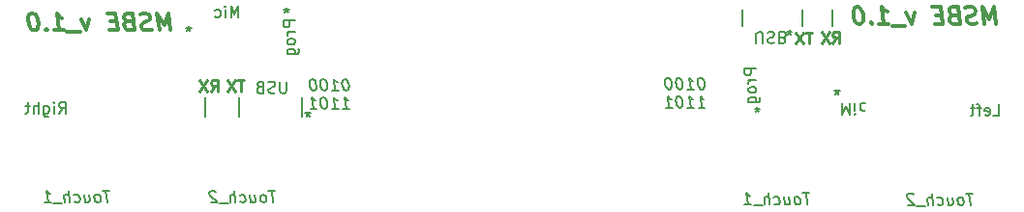
<source format=gbr>
%TF.GenerationSoftware,KiCad,Pcbnew,8.0.1*%
%TF.CreationDate,2024-08-12T12:56:14+02:00*%
%TF.ProjectId,Test_NH,54657374-5f4e-4482-9e6b-696361645f70,rev?*%
%TF.SameCoordinates,Original*%
%TF.FileFunction,Legend,Bot*%
%TF.FilePolarity,Positive*%
%FSLAX46Y46*%
G04 Gerber Fmt 4.6, Leading zero omitted, Abs format (unit mm)*
G04 Created by KiCad (PCBNEW 8.0.1) date 2024-08-12 12:56:14*
%MOMM*%
%LPD*%
G01*
G04 APERTURE LIST*
%ADD10C,0.150000*%
%ADD11C,0.200000*%
%ADD12C,0.300000*%
%ADD13C,0.250000*%
G04 APERTURE END LIST*
D10*
X169590000Y-98950000D02*
X169590000Y-100390000D01*
D11*
X122600000Y-106600000D02*
X122600000Y-108370000D01*
X131030000Y-106600000D02*
X131030000Y-108370000D01*
D10*
X174790000Y-98950000D02*
X174790000Y-100390000D01*
D11*
X125540000Y-106600000D02*
X125540000Y-108370000D01*
D10*
X177450000Y-98950000D02*
X177450000Y-100390000D01*
X170860363Y-107519819D02*
X170860363Y-107757914D01*
X171098458Y-107662676D02*
X170860363Y-107757914D01*
X170860363Y-107757914D02*
X170622268Y-107662676D01*
X171003220Y-107948390D02*
X170860363Y-107757914D01*
X170860363Y-107757914D02*
X170717506Y-107948390D01*
X109771792Y-108039819D02*
X110105125Y-107563628D01*
X110343220Y-108039819D02*
X110343220Y-107039819D01*
X110343220Y-107039819D02*
X109962268Y-107039819D01*
X109962268Y-107039819D02*
X109867030Y-107087438D01*
X109867030Y-107087438D02*
X109819411Y-107135057D01*
X109819411Y-107135057D02*
X109771792Y-107230295D01*
X109771792Y-107230295D02*
X109771792Y-107373152D01*
X109771792Y-107373152D02*
X109819411Y-107468390D01*
X109819411Y-107468390D02*
X109867030Y-107516009D01*
X109867030Y-107516009D02*
X109962268Y-107563628D01*
X109962268Y-107563628D02*
X110343220Y-107563628D01*
X109343220Y-108039819D02*
X109343220Y-107373152D01*
X109343220Y-107039819D02*
X109390839Y-107087438D01*
X109390839Y-107087438D02*
X109343220Y-107135057D01*
X109343220Y-107135057D02*
X109295601Y-107087438D01*
X109295601Y-107087438D02*
X109343220Y-107039819D01*
X109343220Y-107039819D02*
X109343220Y-107135057D01*
X108438459Y-107373152D02*
X108438459Y-108182676D01*
X108438459Y-108182676D02*
X108486078Y-108277914D01*
X108486078Y-108277914D02*
X108533697Y-108325533D01*
X108533697Y-108325533D02*
X108628935Y-108373152D01*
X108628935Y-108373152D02*
X108771792Y-108373152D01*
X108771792Y-108373152D02*
X108867030Y-108325533D01*
X108438459Y-107992200D02*
X108533697Y-108039819D01*
X108533697Y-108039819D02*
X108724173Y-108039819D01*
X108724173Y-108039819D02*
X108819411Y-107992200D01*
X108819411Y-107992200D02*
X108867030Y-107944580D01*
X108867030Y-107944580D02*
X108914649Y-107849342D01*
X108914649Y-107849342D02*
X108914649Y-107563628D01*
X108914649Y-107563628D02*
X108867030Y-107468390D01*
X108867030Y-107468390D02*
X108819411Y-107420771D01*
X108819411Y-107420771D02*
X108724173Y-107373152D01*
X108724173Y-107373152D02*
X108533697Y-107373152D01*
X108533697Y-107373152D02*
X108438459Y-107420771D01*
X107962268Y-108039819D02*
X107962268Y-107039819D01*
X107533697Y-108039819D02*
X107533697Y-107516009D01*
X107533697Y-107516009D02*
X107581316Y-107420771D01*
X107581316Y-107420771D02*
X107676554Y-107373152D01*
X107676554Y-107373152D02*
X107819411Y-107373152D01*
X107819411Y-107373152D02*
X107914649Y-107420771D01*
X107914649Y-107420771D02*
X107962268Y-107468390D01*
X107200363Y-107373152D02*
X106819411Y-107373152D01*
X107057506Y-107039819D02*
X107057506Y-107896961D01*
X107057506Y-107896961D02*
X107009887Y-107992200D01*
X107009887Y-107992200D02*
X106914649Y-108039819D01*
X106914649Y-108039819D02*
X106819411Y-108039819D01*
X114167030Y-114839819D02*
X113595601Y-114839819D01*
X114006316Y-115839819D02*
X113881316Y-114839819D01*
X113244411Y-115839819D02*
X113333696Y-115792200D01*
X113333696Y-115792200D02*
X113375363Y-115744580D01*
X113375363Y-115744580D02*
X113411077Y-115649342D01*
X113411077Y-115649342D02*
X113375363Y-115363628D01*
X113375363Y-115363628D02*
X113315839Y-115268390D01*
X113315839Y-115268390D02*
X113262268Y-115220771D01*
X113262268Y-115220771D02*
X113161077Y-115173152D01*
X113161077Y-115173152D02*
X113018220Y-115173152D01*
X113018220Y-115173152D02*
X112928934Y-115220771D01*
X112928934Y-115220771D02*
X112887268Y-115268390D01*
X112887268Y-115268390D02*
X112851553Y-115363628D01*
X112851553Y-115363628D02*
X112887268Y-115649342D01*
X112887268Y-115649342D02*
X112946791Y-115744580D01*
X112946791Y-115744580D02*
X113000363Y-115792200D01*
X113000363Y-115792200D02*
X113101553Y-115839819D01*
X113101553Y-115839819D02*
X113244411Y-115839819D01*
X111970601Y-115173152D02*
X112053934Y-115839819D01*
X112399172Y-115173152D02*
X112464649Y-115696961D01*
X112464649Y-115696961D02*
X112428934Y-115792200D01*
X112428934Y-115792200D02*
X112339649Y-115839819D01*
X112339649Y-115839819D02*
X112196791Y-115839819D01*
X112196791Y-115839819D02*
X112095601Y-115792200D01*
X112095601Y-115792200D02*
X112042029Y-115744580D01*
X111143220Y-115792200D02*
X111244410Y-115839819D01*
X111244410Y-115839819D02*
X111434887Y-115839819D01*
X111434887Y-115839819D02*
X111524172Y-115792200D01*
X111524172Y-115792200D02*
X111565839Y-115744580D01*
X111565839Y-115744580D02*
X111601553Y-115649342D01*
X111601553Y-115649342D02*
X111565839Y-115363628D01*
X111565839Y-115363628D02*
X111506315Y-115268390D01*
X111506315Y-115268390D02*
X111452744Y-115220771D01*
X111452744Y-115220771D02*
X111351553Y-115173152D01*
X111351553Y-115173152D02*
X111161077Y-115173152D01*
X111161077Y-115173152D02*
X111071791Y-115220771D01*
X110720601Y-115839819D02*
X110595601Y-114839819D01*
X110292029Y-115839819D02*
X110226553Y-115316009D01*
X110226553Y-115316009D02*
X110262267Y-115220771D01*
X110262267Y-115220771D02*
X110351553Y-115173152D01*
X110351553Y-115173152D02*
X110494410Y-115173152D01*
X110494410Y-115173152D02*
X110595601Y-115220771D01*
X110595601Y-115220771D02*
X110649172Y-115268390D01*
X110065839Y-115935057D02*
X109303934Y-115935057D01*
X108530124Y-115839819D02*
X109101553Y-115839819D01*
X108815838Y-115839819D02*
X108690838Y-114839819D01*
X108690838Y-114839819D02*
X108803934Y-114982676D01*
X108803934Y-114982676D02*
X108911077Y-115077914D01*
X108911077Y-115077914D02*
X109012267Y-115125533D01*
D12*
X191724417Y-100200828D02*
X191536917Y-98700828D01*
X191536917Y-98700828D02*
X191170846Y-99772257D01*
X191170846Y-99772257D02*
X190536917Y-98700828D01*
X190536917Y-98700828D02*
X190724417Y-100200828D01*
X190072631Y-100129400D02*
X189867274Y-100200828D01*
X189867274Y-100200828D02*
X189510131Y-100200828D01*
X189510131Y-100200828D02*
X189358346Y-100129400D01*
X189358346Y-100129400D02*
X189277988Y-100057971D01*
X189277988Y-100057971D02*
X189188703Y-99915114D01*
X189188703Y-99915114D02*
X189170846Y-99772257D01*
X189170846Y-99772257D02*
X189224417Y-99629400D01*
X189224417Y-99629400D02*
X189286917Y-99557971D01*
X189286917Y-99557971D02*
X189420846Y-99486542D01*
X189420846Y-99486542D02*
X189697631Y-99415114D01*
X189697631Y-99415114D02*
X189831560Y-99343685D01*
X189831560Y-99343685D02*
X189894060Y-99272257D01*
X189894060Y-99272257D02*
X189947631Y-99129400D01*
X189947631Y-99129400D02*
X189929774Y-98986542D01*
X189929774Y-98986542D02*
X189840488Y-98843685D01*
X189840488Y-98843685D02*
X189760131Y-98772257D01*
X189760131Y-98772257D02*
X189608346Y-98700828D01*
X189608346Y-98700828D02*
X189251203Y-98700828D01*
X189251203Y-98700828D02*
X189045846Y-98772257D01*
X187983346Y-99415114D02*
X187777989Y-99486542D01*
X187777989Y-99486542D02*
X187715489Y-99557971D01*
X187715489Y-99557971D02*
X187661917Y-99700828D01*
X187661917Y-99700828D02*
X187688703Y-99915114D01*
X187688703Y-99915114D02*
X187777989Y-100057971D01*
X187777989Y-100057971D02*
X187858346Y-100129400D01*
X187858346Y-100129400D02*
X188010132Y-100200828D01*
X188010132Y-100200828D02*
X188581560Y-100200828D01*
X188581560Y-100200828D02*
X188394060Y-98700828D01*
X188394060Y-98700828D02*
X187894060Y-98700828D01*
X187894060Y-98700828D02*
X187760132Y-98772257D01*
X187760132Y-98772257D02*
X187697632Y-98843685D01*
X187697632Y-98843685D02*
X187644060Y-98986542D01*
X187644060Y-98986542D02*
X187661917Y-99129400D01*
X187661917Y-99129400D02*
X187751203Y-99272257D01*
X187751203Y-99272257D02*
X187831560Y-99343685D01*
X187831560Y-99343685D02*
X187983346Y-99415114D01*
X187983346Y-99415114D02*
X188483346Y-99415114D01*
X186983346Y-99415114D02*
X186483346Y-99415114D01*
X186367275Y-100200828D02*
X187081560Y-100200828D01*
X187081560Y-100200828D02*
X186894060Y-98700828D01*
X186894060Y-98700828D02*
X186179775Y-98700828D01*
X184599417Y-99200828D02*
X184367275Y-100200828D01*
X184367275Y-100200828D02*
X183885132Y-99200828D01*
X183813703Y-100343685D02*
X182670846Y-100343685D01*
X181510132Y-100200828D02*
X182367275Y-100200828D01*
X181938703Y-100200828D02*
X181751203Y-98700828D01*
X181751203Y-98700828D02*
X181920846Y-98915114D01*
X181920846Y-98915114D02*
X182081561Y-99057971D01*
X182081561Y-99057971D02*
X182233346Y-99129400D01*
X180849418Y-100057971D02*
X180786918Y-100129400D01*
X180786918Y-100129400D02*
X180867275Y-100200828D01*
X180867275Y-100200828D02*
X180929775Y-100129400D01*
X180929775Y-100129400D02*
X180849418Y-100057971D01*
X180849418Y-100057971D02*
X180867275Y-100200828D01*
X179679775Y-98700828D02*
X179536918Y-98700828D01*
X179536918Y-98700828D02*
X179402989Y-98772257D01*
X179402989Y-98772257D02*
X179340489Y-98843685D01*
X179340489Y-98843685D02*
X179286918Y-98986542D01*
X179286918Y-98986542D02*
X179251204Y-99272257D01*
X179251204Y-99272257D02*
X179295846Y-99629400D01*
X179295846Y-99629400D02*
X179402989Y-99915114D01*
X179402989Y-99915114D02*
X179492275Y-100057971D01*
X179492275Y-100057971D02*
X179572632Y-100129400D01*
X179572632Y-100129400D02*
X179724418Y-100200828D01*
X179724418Y-100200828D02*
X179867275Y-100200828D01*
X179867275Y-100200828D02*
X180001204Y-100129400D01*
X180001204Y-100129400D02*
X180063704Y-100057971D01*
X180063704Y-100057971D02*
X180117275Y-99915114D01*
X180117275Y-99915114D02*
X180152989Y-99629400D01*
X180152989Y-99629400D02*
X180108346Y-99272257D01*
X180108346Y-99272257D02*
X180001204Y-98986542D01*
X180001204Y-98986542D02*
X179911918Y-98843685D01*
X179911918Y-98843685D02*
X179831561Y-98772257D01*
X179831561Y-98772257D02*
X179679775Y-98700828D01*
D11*
X165920802Y-104927275D02*
X165825564Y-104927275D01*
X165825564Y-104927275D02*
X165736279Y-104974894D01*
X165736279Y-104974894D02*
X165694612Y-105022513D01*
X165694612Y-105022513D02*
X165658898Y-105117751D01*
X165658898Y-105117751D02*
X165635088Y-105308227D01*
X165635088Y-105308227D02*
X165664850Y-105546322D01*
X165664850Y-105546322D02*
X165736279Y-105736798D01*
X165736279Y-105736798D02*
X165795802Y-105832036D01*
X165795802Y-105832036D02*
X165849374Y-105879656D01*
X165849374Y-105879656D02*
X165950564Y-105927275D01*
X165950564Y-105927275D02*
X166045802Y-105927275D01*
X166045802Y-105927275D02*
X166135088Y-105879656D01*
X166135088Y-105879656D02*
X166176755Y-105832036D01*
X166176755Y-105832036D02*
X166212469Y-105736798D01*
X166212469Y-105736798D02*
X166236279Y-105546322D01*
X166236279Y-105546322D02*
X166206517Y-105308227D01*
X166206517Y-105308227D02*
X166135088Y-105117751D01*
X166135088Y-105117751D02*
X166075564Y-105022513D01*
X166075564Y-105022513D02*
X166021993Y-104974894D01*
X166021993Y-104974894D02*
X165920802Y-104927275D01*
X164760088Y-105927275D02*
X165331517Y-105927275D01*
X165045802Y-105927275D02*
X164920802Y-104927275D01*
X164920802Y-104927275D02*
X165033898Y-105070132D01*
X165033898Y-105070132D02*
X165141041Y-105165370D01*
X165141041Y-105165370D02*
X165242231Y-105212989D01*
X164016040Y-104927275D02*
X163920802Y-104927275D01*
X163920802Y-104927275D02*
X163831517Y-104974894D01*
X163831517Y-104974894D02*
X163789850Y-105022513D01*
X163789850Y-105022513D02*
X163754136Y-105117751D01*
X163754136Y-105117751D02*
X163730326Y-105308227D01*
X163730326Y-105308227D02*
X163760088Y-105546322D01*
X163760088Y-105546322D02*
X163831517Y-105736798D01*
X163831517Y-105736798D02*
X163891040Y-105832036D01*
X163891040Y-105832036D02*
X163944612Y-105879656D01*
X163944612Y-105879656D02*
X164045802Y-105927275D01*
X164045802Y-105927275D02*
X164141040Y-105927275D01*
X164141040Y-105927275D02*
X164230326Y-105879656D01*
X164230326Y-105879656D02*
X164271993Y-105832036D01*
X164271993Y-105832036D02*
X164307707Y-105736798D01*
X164307707Y-105736798D02*
X164331517Y-105546322D01*
X164331517Y-105546322D02*
X164301755Y-105308227D01*
X164301755Y-105308227D02*
X164230326Y-105117751D01*
X164230326Y-105117751D02*
X164170802Y-105022513D01*
X164170802Y-105022513D02*
X164117231Y-104974894D01*
X164117231Y-104974894D02*
X164016040Y-104927275D01*
X163063659Y-104927275D02*
X162968421Y-104927275D01*
X162968421Y-104927275D02*
X162879136Y-104974894D01*
X162879136Y-104974894D02*
X162837469Y-105022513D01*
X162837469Y-105022513D02*
X162801755Y-105117751D01*
X162801755Y-105117751D02*
X162777945Y-105308227D01*
X162777945Y-105308227D02*
X162807707Y-105546322D01*
X162807707Y-105546322D02*
X162879136Y-105736798D01*
X162879136Y-105736798D02*
X162938659Y-105832036D01*
X162938659Y-105832036D02*
X162992231Y-105879656D01*
X162992231Y-105879656D02*
X163093421Y-105927275D01*
X163093421Y-105927275D02*
X163188659Y-105927275D01*
X163188659Y-105927275D02*
X163277945Y-105879656D01*
X163277945Y-105879656D02*
X163319612Y-105832036D01*
X163319612Y-105832036D02*
X163355326Y-105736798D01*
X163355326Y-105736798D02*
X163379136Y-105546322D01*
X163379136Y-105546322D02*
X163349374Y-105308227D01*
X163349374Y-105308227D02*
X163277945Y-105117751D01*
X163277945Y-105117751D02*
X163218421Y-105022513D01*
X163218421Y-105022513D02*
X163164850Y-104974894D01*
X163164850Y-104974894D02*
X163063659Y-104927275D01*
X165712469Y-107537219D02*
X166283898Y-107537219D01*
X165998183Y-107537219D02*
X165873183Y-106537219D01*
X165873183Y-106537219D02*
X165986279Y-106680076D01*
X165986279Y-106680076D02*
X166093422Y-106775314D01*
X166093422Y-106775314D02*
X166194612Y-106822933D01*
X164760088Y-107537219D02*
X165331517Y-107537219D01*
X165045802Y-107537219D02*
X164920802Y-106537219D01*
X164920802Y-106537219D02*
X165033898Y-106680076D01*
X165033898Y-106680076D02*
X165141041Y-106775314D01*
X165141041Y-106775314D02*
X165242231Y-106822933D01*
X164016040Y-106537219D02*
X163920802Y-106537219D01*
X163920802Y-106537219D02*
X163831517Y-106584838D01*
X163831517Y-106584838D02*
X163789850Y-106632457D01*
X163789850Y-106632457D02*
X163754136Y-106727695D01*
X163754136Y-106727695D02*
X163730326Y-106918171D01*
X163730326Y-106918171D02*
X163760088Y-107156266D01*
X163760088Y-107156266D02*
X163831517Y-107346742D01*
X163831517Y-107346742D02*
X163891040Y-107441980D01*
X163891040Y-107441980D02*
X163944612Y-107489600D01*
X163944612Y-107489600D02*
X164045802Y-107537219D01*
X164045802Y-107537219D02*
X164141040Y-107537219D01*
X164141040Y-107537219D02*
X164230326Y-107489600D01*
X164230326Y-107489600D02*
X164271993Y-107441980D01*
X164271993Y-107441980D02*
X164307707Y-107346742D01*
X164307707Y-107346742D02*
X164331517Y-107156266D01*
X164331517Y-107156266D02*
X164301755Y-106918171D01*
X164301755Y-106918171D02*
X164230326Y-106727695D01*
X164230326Y-106727695D02*
X164170802Y-106632457D01*
X164170802Y-106632457D02*
X164117231Y-106584838D01*
X164117231Y-106584838D02*
X164016040Y-106537219D01*
X162855326Y-107537219D02*
X163426755Y-107537219D01*
X163141040Y-107537219D02*
X163016040Y-106537219D01*
X163016040Y-106537219D02*
X163129136Y-106680076D01*
X163129136Y-106680076D02*
X163236279Y-106775314D01*
X163236279Y-106775314D02*
X163337469Y-106822933D01*
D13*
X177466003Y-101864619D02*
X177799336Y-101388428D01*
X178037431Y-101864619D02*
X178037431Y-100864619D01*
X178037431Y-100864619D02*
X177656479Y-100864619D01*
X177656479Y-100864619D02*
X177561241Y-100912238D01*
X177561241Y-100912238D02*
X177513622Y-100959857D01*
X177513622Y-100959857D02*
X177466003Y-101055095D01*
X177466003Y-101055095D02*
X177466003Y-101197952D01*
X177466003Y-101197952D02*
X177513622Y-101293190D01*
X177513622Y-101293190D02*
X177561241Y-101340809D01*
X177561241Y-101340809D02*
X177656479Y-101388428D01*
X177656479Y-101388428D02*
X178037431Y-101388428D01*
X177132669Y-100864619D02*
X176466003Y-101864619D01*
X176466003Y-100864619D02*
X177132669Y-101864619D01*
X123066003Y-106104619D02*
X123399336Y-105628428D01*
X123637431Y-106104619D02*
X123637431Y-105104619D01*
X123637431Y-105104619D02*
X123256479Y-105104619D01*
X123256479Y-105104619D02*
X123161241Y-105152238D01*
X123161241Y-105152238D02*
X123113622Y-105199857D01*
X123113622Y-105199857D02*
X123066003Y-105295095D01*
X123066003Y-105295095D02*
X123066003Y-105437952D01*
X123066003Y-105437952D02*
X123113622Y-105533190D01*
X123113622Y-105533190D02*
X123161241Y-105580809D01*
X123161241Y-105580809D02*
X123256479Y-105628428D01*
X123256479Y-105628428D02*
X123637431Y-105628428D01*
X122732669Y-105104619D02*
X122066003Y-106104619D01*
X122066003Y-105104619D02*
X122732669Y-106104619D01*
D10*
X177830363Y-105929819D02*
X177830363Y-106167914D01*
X178068458Y-106072676D02*
X177830363Y-106167914D01*
X177830363Y-106167914D02*
X177592268Y-106072676D01*
X177973220Y-106358390D02*
X177830363Y-106167914D01*
X177830363Y-106167914D02*
X177687506Y-106358390D01*
X175397030Y-115059819D02*
X174825601Y-115059819D01*
X175236316Y-116059819D02*
X175111316Y-115059819D01*
X174474411Y-116059819D02*
X174563696Y-116012200D01*
X174563696Y-116012200D02*
X174605363Y-115964580D01*
X174605363Y-115964580D02*
X174641077Y-115869342D01*
X174641077Y-115869342D02*
X174605363Y-115583628D01*
X174605363Y-115583628D02*
X174545839Y-115488390D01*
X174545839Y-115488390D02*
X174492268Y-115440771D01*
X174492268Y-115440771D02*
X174391077Y-115393152D01*
X174391077Y-115393152D02*
X174248220Y-115393152D01*
X174248220Y-115393152D02*
X174158934Y-115440771D01*
X174158934Y-115440771D02*
X174117268Y-115488390D01*
X174117268Y-115488390D02*
X174081553Y-115583628D01*
X174081553Y-115583628D02*
X174117268Y-115869342D01*
X174117268Y-115869342D02*
X174176791Y-115964580D01*
X174176791Y-115964580D02*
X174230363Y-116012200D01*
X174230363Y-116012200D02*
X174331553Y-116059819D01*
X174331553Y-116059819D02*
X174474411Y-116059819D01*
X173200601Y-115393152D02*
X173283934Y-116059819D01*
X173629172Y-115393152D02*
X173694649Y-115916961D01*
X173694649Y-115916961D02*
X173658934Y-116012200D01*
X173658934Y-116012200D02*
X173569649Y-116059819D01*
X173569649Y-116059819D02*
X173426791Y-116059819D01*
X173426791Y-116059819D02*
X173325601Y-116012200D01*
X173325601Y-116012200D02*
X173272029Y-115964580D01*
X172373220Y-116012200D02*
X172474410Y-116059819D01*
X172474410Y-116059819D02*
X172664887Y-116059819D01*
X172664887Y-116059819D02*
X172754172Y-116012200D01*
X172754172Y-116012200D02*
X172795839Y-115964580D01*
X172795839Y-115964580D02*
X172831553Y-115869342D01*
X172831553Y-115869342D02*
X172795839Y-115583628D01*
X172795839Y-115583628D02*
X172736315Y-115488390D01*
X172736315Y-115488390D02*
X172682744Y-115440771D01*
X172682744Y-115440771D02*
X172581553Y-115393152D01*
X172581553Y-115393152D02*
X172391077Y-115393152D01*
X172391077Y-115393152D02*
X172301791Y-115440771D01*
X171950601Y-116059819D02*
X171825601Y-115059819D01*
X171522029Y-116059819D02*
X171456553Y-115536009D01*
X171456553Y-115536009D02*
X171492267Y-115440771D01*
X171492267Y-115440771D02*
X171581553Y-115393152D01*
X171581553Y-115393152D02*
X171724410Y-115393152D01*
X171724410Y-115393152D02*
X171825601Y-115440771D01*
X171825601Y-115440771D02*
X171879172Y-115488390D01*
X171295839Y-116155057D02*
X170533934Y-116155057D01*
X169760124Y-116059819D02*
X170331553Y-116059819D01*
X170045838Y-116059819D02*
X169920838Y-115059819D01*
X169920838Y-115059819D02*
X170033934Y-115202676D01*
X170033934Y-115202676D02*
X170141077Y-115297914D01*
X170141077Y-115297914D02*
X170242267Y-115345533D01*
D13*
X125960288Y-105124619D02*
X125388860Y-105124619D01*
X125674574Y-106124619D02*
X125674574Y-105124619D01*
X125150764Y-105124619D02*
X124484098Y-106124619D01*
X124484098Y-105124619D02*
X125150764Y-106124619D01*
D10*
X129680363Y-98789819D02*
X129680363Y-99027914D01*
X129918458Y-98932676D02*
X129680363Y-99027914D01*
X129680363Y-99027914D02*
X129442268Y-98932676D01*
X129823220Y-99218390D02*
X129680363Y-99027914D01*
X129680363Y-99027914D02*
X129537506Y-99218390D01*
X130409819Y-99906779D02*
X129409819Y-99906779D01*
X129409819Y-99906779D02*
X129409819Y-100287731D01*
X129409819Y-100287731D02*
X129457438Y-100382969D01*
X129457438Y-100382969D02*
X129505057Y-100430588D01*
X129505057Y-100430588D02*
X129600295Y-100478207D01*
X129600295Y-100478207D02*
X129743152Y-100478207D01*
X129743152Y-100478207D02*
X129838390Y-100430588D01*
X129838390Y-100430588D02*
X129886009Y-100382969D01*
X129886009Y-100382969D02*
X129933628Y-100287731D01*
X129933628Y-100287731D02*
X129933628Y-99906779D01*
X130409819Y-100906779D02*
X129743152Y-100906779D01*
X129933628Y-100906779D02*
X129838390Y-100954398D01*
X129838390Y-100954398D02*
X129790771Y-101002017D01*
X129790771Y-101002017D02*
X129743152Y-101097255D01*
X129743152Y-101097255D02*
X129743152Y-101192493D01*
X130409819Y-101668684D02*
X130362200Y-101573446D01*
X130362200Y-101573446D02*
X130314580Y-101525827D01*
X130314580Y-101525827D02*
X130219342Y-101478208D01*
X130219342Y-101478208D02*
X129933628Y-101478208D01*
X129933628Y-101478208D02*
X129838390Y-101525827D01*
X129838390Y-101525827D02*
X129790771Y-101573446D01*
X129790771Y-101573446D02*
X129743152Y-101668684D01*
X129743152Y-101668684D02*
X129743152Y-101811541D01*
X129743152Y-101811541D02*
X129790771Y-101906779D01*
X129790771Y-101906779D02*
X129838390Y-101954398D01*
X129838390Y-101954398D02*
X129933628Y-102002017D01*
X129933628Y-102002017D02*
X130219342Y-102002017D01*
X130219342Y-102002017D02*
X130314580Y-101954398D01*
X130314580Y-101954398D02*
X130362200Y-101906779D01*
X130362200Y-101906779D02*
X130409819Y-101811541D01*
X130409819Y-101811541D02*
X130409819Y-101668684D01*
X129743152Y-102859160D02*
X130552676Y-102859160D01*
X130552676Y-102859160D02*
X130647914Y-102811541D01*
X130647914Y-102811541D02*
X130695533Y-102763922D01*
X130695533Y-102763922D02*
X130743152Y-102668684D01*
X130743152Y-102668684D02*
X130743152Y-102525827D01*
X130743152Y-102525827D02*
X130695533Y-102430589D01*
X130362200Y-102859160D02*
X130409819Y-102763922D01*
X130409819Y-102763922D02*
X130409819Y-102573446D01*
X130409819Y-102573446D02*
X130362200Y-102478208D01*
X130362200Y-102478208D02*
X130314580Y-102430589D01*
X130314580Y-102430589D02*
X130219342Y-102382970D01*
X130219342Y-102382970D02*
X129933628Y-102382970D01*
X129933628Y-102382970D02*
X129838390Y-102430589D01*
X129838390Y-102430589D02*
X129790771Y-102478208D01*
X129790771Y-102478208D02*
X129743152Y-102573446D01*
X129743152Y-102573446D02*
X129743152Y-102763922D01*
X129743152Y-102763922D02*
X129790771Y-102859160D01*
X129673220Y-105269819D02*
X129673220Y-106079342D01*
X129673220Y-106079342D02*
X129625601Y-106174580D01*
X129625601Y-106174580D02*
X129577982Y-106222200D01*
X129577982Y-106222200D02*
X129482744Y-106269819D01*
X129482744Y-106269819D02*
X129292268Y-106269819D01*
X129292268Y-106269819D02*
X129197030Y-106222200D01*
X129197030Y-106222200D02*
X129149411Y-106174580D01*
X129149411Y-106174580D02*
X129101792Y-106079342D01*
X129101792Y-106079342D02*
X129101792Y-105269819D01*
X128673220Y-106222200D02*
X128530363Y-106269819D01*
X128530363Y-106269819D02*
X128292268Y-106269819D01*
X128292268Y-106269819D02*
X128197030Y-106222200D01*
X128197030Y-106222200D02*
X128149411Y-106174580D01*
X128149411Y-106174580D02*
X128101792Y-106079342D01*
X128101792Y-106079342D02*
X128101792Y-105984104D01*
X128101792Y-105984104D02*
X128149411Y-105888866D01*
X128149411Y-105888866D02*
X128197030Y-105841247D01*
X128197030Y-105841247D02*
X128292268Y-105793628D01*
X128292268Y-105793628D02*
X128482744Y-105746009D01*
X128482744Y-105746009D02*
X128577982Y-105698390D01*
X128577982Y-105698390D02*
X128625601Y-105650771D01*
X128625601Y-105650771D02*
X128673220Y-105555533D01*
X128673220Y-105555533D02*
X128673220Y-105460295D01*
X128673220Y-105460295D02*
X128625601Y-105365057D01*
X128625601Y-105365057D02*
X128577982Y-105317438D01*
X128577982Y-105317438D02*
X128482744Y-105269819D01*
X128482744Y-105269819D02*
X128244649Y-105269819D01*
X128244649Y-105269819D02*
X128101792Y-105317438D01*
X127339887Y-105746009D02*
X127197030Y-105793628D01*
X127197030Y-105793628D02*
X127149411Y-105841247D01*
X127149411Y-105841247D02*
X127101792Y-105936485D01*
X127101792Y-105936485D02*
X127101792Y-106079342D01*
X127101792Y-106079342D02*
X127149411Y-106174580D01*
X127149411Y-106174580D02*
X127197030Y-106222200D01*
X127197030Y-106222200D02*
X127292268Y-106269819D01*
X127292268Y-106269819D02*
X127673220Y-106269819D01*
X127673220Y-106269819D02*
X127673220Y-105269819D01*
X127673220Y-105269819D02*
X127339887Y-105269819D01*
X127339887Y-105269819D02*
X127244649Y-105317438D01*
X127244649Y-105317438D02*
X127197030Y-105365057D01*
X127197030Y-105365057D02*
X127149411Y-105460295D01*
X127149411Y-105460295D02*
X127149411Y-105555533D01*
X127149411Y-105555533D02*
X127197030Y-105650771D01*
X127197030Y-105650771D02*
X127244649Y-105698390D01*
X127244649Y-105698390D02*
X127339887Y-105746009D01*
X127339887Y-105746009D02*
X127673220Y-105746009D01*
X189677030Y-115099819D02*
X189105601Y-115099819D01*
X189516316Y-116099819D02*
X189391316Y-115099819D01*
X188754411Y-116099819D02*
X188843696Y-116052200D01*
X188843696Y-116052200D02*
X188885363Y-116004580D01*
X188885363Y-116004580D02*
X188921077Y-115909342D01*
X188921077Y-115909342D02*
X188885363Y-115623628D01*
X188885363Y-115623628D02*
X188825839Y-115528390D01*
X188825839Y-115528390D02*
X188772268Y-115480771D01*
X188772268Y-115480771D02*
X188671077Y-115433152D01*
X188671077Y-115433152D02*
X188528220Y-115433152D01*
X188528220Y-115433152D02*
X188438934Y-115480771D01*
X188438934Y-115480771D02*
X188397268Y-115528390D01*
X188397268Y-115528390D02*
X188361553Y-115623628D01*
X188361553Y-115623628D02*
X188397268Y-115909342D01*
X188397268Y-115909342D02*
X188456791Y-116004580D01*
X188456791Y-116004580D02*
X188510363Y-116052200D01*
X188510363Y-116052200D02*
X188611553Y-116099819D01*
X188611553Y-116099819D02*
X188754411Y-116099819D01*
X187480601Y-115433152D02*
X187563934Y-116099819D01*
X187909172Y-115433152D02*
X187974649Y-115956961D01*
X187974649Y-115956961D02*
X187938934Y-116052200D01*
X187938934Y-116052200D02*
X187849649Y-116099819D01*
X187849649Y-116099819D02*
X187706791Y-116099819D01*
X187706791Y-116099819D02*
X187605601Y-116052200D01*
X187605601Y-116052200D02*
X187552029Y-116004580D01*
X186653220Y-116052200D02*
X186754410Y-116099819D01*
X186754410Y-116099819D02*
X186944887Y-116099819D01*
X186944887Y-116099819D02*
X187034172Y-116052200D01*
X187034172Y-116052200D02*
X187075839Y-116004580D01*
X187075839Y-116004580D02*
X187111553Y-115909342D01*
X187111553Y-115909342D02*
X187075839Y-115623628D01*
X187075839Y-115623628D02*
X187016315Y-115528390D01*
X187016315Y-115528390D02*
X186962744Y-115480771D01*
X186962744Y-115480771D02*
X186861553Y-115433152D01*
X186861553Y-115433152D02*
X186671077Y-115433152D01*
X186671077Y-115433152D02*
X186581791Y-115480771D01*
X186230601Y-116099819D02*
X186105601Y-115099819D01*
X185802029Y-116099819D02*
X185736553Y-115576009D01*
X185736553Y-115576009D02*
X185772267Y-115480771D01*
X185772267Y-115480771D02*
X185861553Y-115433152D01*
X185861553Y-115433152D02*
X186004410Y-115433152D01*
X186004410Y-115433152D02*
X186105601Y-115480771D01*
X186105601Y-115480771D02*
X186159172Y-115528390D01*
X185575839Y-116195057D02*
X184813934Y-116195057D01*
X184498457Y-115195057D02*
X184444886Y-115147438D01*
X184444886Y-115147438D02*
X184343696Y-115099819D01*
X184343696Y-115099819D02*
X184105600Y-115099819D01*
X184105600Y-115099819D02*
X184016315Y-115147438D01*
X184016315Y-115147438D02*
X183974648Y-115195057D01*
X183974648Y-115195057D02*
X183938934Y-115290295D01*
X183938934Y-115290295D02*
X183950838Y-115385533D01*
X183950838Y-115385533D02*
X184016315Y-115528390D01*
X184016315Y-115528390D02*
X184659172Y-116099819D01*
X184659172Y-116099819D02*
X184040124Y-116099819D01*
D12*
X119544417Y-100745828D02*
X119356917Y-99245828D01*
X119356917Y-99245828D02*
X118990846Y-100317257D01*
X118990846Y-100317257D02*
X118356917Y-99245828D01*
X118356917Y-99245828D02*
X118544417Y-100745828D01*
X117892631Y-100674400D02*
X117687274Y-100745828D01*
X117687274Y-100745828D02*
X117330131Y-100745828D01*
X117330131Y-100745828D02*
X117178346Y-100674400D01*
X117178346Y-100674400D02*
X117097988Y-100602971D01*
X117097988Y-100602971D02*
X117008703Y-100460114D01*
X117008703Y-100460114D02*
X116990846Y-100317257D01*
X116990846Y-100317257D02*
X117044417Y-100174400D01*
X117044417Y-100174400D02*
X117106917Y-100102971D01*
X117106917Y-100102971D02*
X117240846Y-100031542D01*
X117240846Y-100031542D02*
X117517631Y-99960114D01*
X117517631Y-99960114D02*
X117651560Y-99888685D01*
X117651560Y-99888685D02*
X117714060Y-99817257D01*
X117714060Y-99817257D02*
X117767631Y-99674400D01*
X117767631Y-99674400D02*
X117749774Y-99531542D01*
X117749774Y-99531542D02*
X117660488Y-99388685D01*
X117660488Y-99388685D02*
X117580131Y-99317257D01*
X117580131Y-99317257D02*
X117428346Y-99245828D01*
X117428346Y-99245828D02*
X117071203Y-99245828D01*
X117071203Y-99245828D02*
X116865846Y-99317257D01*
X115803346Y-99960114D02*
X115597989Y-100031542D01*
X115597989Y-100031542D02*
X115535489Y-100102971D01*
X115535489Y-100102971D02*
X115481917Y-100245828D01*
X115481917Y-100245828D02*
X115508703Y-100460114D01*
X115508703Y-100460114D02*
X115597989Y-100602971D01*
X115597989Y-100602971D02*
X115678346Y-100674400D01*
X115678346Y-100674400D02*
X115830132Y-100745828D01*
X115830132Y-100745828D02*
X116401560Y-100745828D01*
X116401560Y-100745828D02*
X116214060Y-99245828D01*
X116214060Y-99245828D02*
X115714060Y-99245828D01*
X115714060Y-99245828D02*
X115580132Y-99317257D01*
X115580132Y-99317257D02*
X115517632Y-99388685D01*
X115517632Y-99388685D02*
X115464060Y-99531542D01*
X115464060Y-99531542D02*
X115481917Y-99674400D01*
X115481917Y-99674400D02*
X115571203Y-99817257D01*
X115571203Y-99817257D02*
X115651560Y-99888685D01*
X115651560Y-99888685D02*
X115803346Y-99960114D01*
X115803346Y-99960114D02*
X116303346Y-99960114D01*
X114803346Y-99960114D02*
X114303346Y-99960114D01*
X114187275Y-100745828D02*
X114901560Y-100745828D01*
X114901560Y-100745828D02*
X114714060Y-99245828D01*
X114714060Y-99245828D02*
X113999775Y-99245828D01*
X112419417Y-99745828D02*
X112187275Y-100745828D01*
X112187275Y-100745828D02*
X111705132Y-99745828D01*
X111633703Y-100888685D02*
X110490846Y-100888685D01*
X109330132Y-100745828D02*
X110187275Y-100745828D01*
X109758703Y-100745828D02*
X109571203Y-99245828D01*
X109571203Y-99245828D02*
X109740846Y-99460114D01*
X109740846Y-99460114D02*
X109901561Y-99602971D01*
X109901561Y-99602971D02*
X110053346Y-99674400D01*
X108669418Y-100602971D02*
X108606918Y-100674400D01*
X108606918Y-100674400D02*
X108687275Y-100745828D01*
X108687275Y-100745828D02*
X108749775Y-100674400D01*
X108749775Y-100674400D02*
X108669418Y-100602971D01*
X108669418Y-100602971D02*
X108687275Y-100745828D01*
X107499775Y-99245828D02*
X107356918Y-99245828D01*
X107356918Y-99245828D02*
X107222989Y-99317257D01*
X107222989Y-99317257D02*
X107160489Y-99388685D01*
X107160489Y-99388685D02*
X107106918Y-99531542D01*
X107106918Y-99531542D02*
X107071204Y-99817257D01*
X107071204Y-99817257D02*
X107115846Y-100174400D01*
X107115846Y-100174400D02*
X107222989Y-100460114D01*
X107222989Y-100460114D02*
X107312275Y-100602971D01*
X107312275Y-100602971D02*
X107392632Y-100674400D01*
X107392632Y-100674400D02*
X107544418Y-100745828D01*
X107544418Y-100745828D02*
X107687275Y-100745828D01*
X107687275Y-100745828D02*
X107821204Y-100674400D01*
X107821204Y-100674400D02*
X107883704Y-100602971D01*
X107883704Y-100602971D02*
X107937275Y-100460114D01*
X107937275Y-100460114D02*
X107972989Y-100174400D01*
X107972989Y-100174400D02*
X107928346Y-99817257D01*
X107928346Y-99817257D02*
X107821204Y-99531542D01*
X107821204Y-99531542D02*
X107731918Y-99388685D01*
X107731918Y-99388685D02*
X107651561Y-99317257D01*
X107651561Y-99317257D02*
X107499775Y-99245828D01*
D10*
X178266779Y-107140180D02*
X178266779Y-108140180D01*
X178266779Y-108140180D02*
X178600112Y-107425895D01*
X178600112Y-107425895D02*
X178933445Y-108140180D01*
X178933445Y-108140180D02*
X178933445Y-107140180D01*
X179409636Y-107140180D02*
X179409636Y-107806847D01*
X179409636Y-108140180D02*
X179362017Y-108092561D01*
X179362017Y-108092561D02*
X179409636Y-108044942D01*
X179409636Y-108044942D02*
X179457255Y-108092561D01*
X179457255Y-108092561D02*
X179409636Y-108140180D01*
X179409636Y-108140180D02*
X179409636Y-108044942D01*
X180314397Y-107187800D02*
X180219159Y-107140180D01*
X180219159Y-107140180D02*
X180028683Y-107140180D01*
X180028683Y-107140180D02*
X179933445Y-107187800D01*
X179933445Y-107187800D02*
X179885826Y-107235419D01*
X179885826Y-107235419D02*
X179838207Y-107330657D01*
X179838207Y-107330657D02*
X179838207Y-107616371D01*
X179838207Y-107616371D02*
X179885826Y-107711609D01*
X179885826Y-107711609D02*
X179933445Y-107759228D01*
X179933445Y-107759228D02*
X180028683Y-107806847D01*
X180028683Y-107806847D02*
X180219159Y-107806847D01*
X180219159Y-107806847D02*
X180314397Y-107759228D01*
X131560363Y-107869819D02*
X131560363Y-108107914D01*
X131798458Y-108012676D02*
X131560363Y-108107914D01*
X131560363Y-108107914D02*
X131322268Y-108012676D01*
X131703220Y-108298390D02*
X131560363Y-108107914D01*
X131560363Y-108107914D02*
X131417506Y-108298390D01*
X170776779Y-101880180D02*
X170776779Y-101070657D01*
X170776779Y-101070657D02*
X170824398Y-100975419D01*
X170824398Y-100975419D02*
X170872017Y-100927800D01*
X170872017Y-100927800D02*
X170967255Y-100880180D01*
X170967255Y-100880180D02*
X171157731Y-100880180D01*
X171157731Y-100880180D02*
X171252969Y-100927800D01*
X171252969Y-100927800D02*
X171300588Y-100975419D01*
X171300588Y-100975419D02*
X171348207Y-101070657D01*
X171348207Y-101070657D02*
X171348207Y-101880180D01*
X171776779Y-100927800D02*
X171919636Y-100880180D01*
X171919636Y-100880180D02*
X172157731Y-100880180D01*
X172157731Y-100880180D02*
X172252969Y-100927800D01*
X172252969Y-100927800D02*
X172300588Y-100975419D01*
X172300588Y-100975419D02*
X172348207Y-101070657D01*
X172348207Y-101070657D02*
X172348207Y-101165895D01*
X172348207Y-101165895D02*
X172300588Y-101261133D01*
X172300588Y-101261133D02*
X172252969Y-101308752D01*
X172252969Y-101308752D02*
X172157731Y-101356371D01*
X172157731Y-101356371D02*
X171967255Y-101403990D01*
X171967255Y-101403990D02*
X171872017Y-101451609D01*
X171872017Y-101451609D02*
X171824398Y-101499228D01*
X171824398Y-101499228D02*
X171776779Y-101594466D01*
X171776779Y-101594466D02*
X171776779Y-101689704D01*
X171776779Y-101689704D02*
X171824398Y-101784942D01*
X171824398Y-101784942D02*
X171872017Y-101832561D01*
X171872017Y-101832561D02*
X171967255Y-101880180D01*
X171967255Y-101880180D02*
X172205350Y-101880180D01*
X172205350Y-101880180D02*
X172348207Y-101832561D01*
X173110112Y-101403990D02*
X173252969Y-101356371D01*
X173252969Y-101356371D02*
X173300588Y-101308752D01*
X173300588Y-101308752D02*
X173348207Y-101213514D01*
X173348207Y-101213514D02*
X173348207Y-101070657D01*
X173348207Y-101070657D02*
X173300588Y-100975419D01*
X173300588Y-100975419D02*
X173252969Y-100927800D01*
X173252969Y-100927800D02*
X173157731Y-100880180D01*
X173157731Y-100880180D02*
X172776779Y-100880180D01*
X172776779Y-100880180D02*
X172776779Y-101880180D01*
X172776779Y-101880180D02*
X173110112Y-101880180D01*
X173110112Y-101880180D02*
X173205350Y-101832561D01*
X173205350Y-101832561D02*
X173252969Y-101784942D01*
X173252969Y-101784942D02*
X173300588Y-101689704D01*
X173300588Y-101689704D02*
X173300588Y-101594466D01*
X173300588Y-101594466D02*
X173252969Y-101499228D01*
X173252969Y-101499228D02*
X173205350Y-101451609D01*
X173205350Y-101451609D02*
X173110112Y-101403990D01*
X173110112Y-101403990D02*
X172776779Y-101403990D01*
X121100363Y-100369819D02*
X121100363Y-100607914D01*
X121338458Y-100512676D02*
X121100363Y-100607914D01*
X121100363Y-100607914D02*
X120862268Y-100512676D01*
X121243220Y-100798390D02*
X121100363Y-100607914D01*
X121100363Y-100607914D02*
X120957506Y-100798390D01*
D11*
X134820802Y-105037275D02*
X134725564Y-105037275D01*
X134725564Y-105037275D02*
X134636279Y-105084894D01*
X134636279Y-105084894D02*
X134594612Y-105132513D01*
X134594612Y-105132513D02*
X134558898Y-105227751D01*
X134558898Y-105227751D02*
X134535088Y-105418227D01*
X134535088Y-105418227D02*
X134564850Y-105656322D01*
X134564850Y-105656322D02*
X134636279Y-105846798D01*
X134636279Y-105846798D02*
X134695802Y-105942036D01*
X134695802Y-105942036D02*
X134749374Y-105989656D01*
X134749374Y-105989656D02*
X134850564Y-106037275D01*
X134850564Y-106037275D02*
X134945802Y-106037275D01*
X134945802Y-106037275D02*
X135035088Y-105989656D01*
X135035088Y-105989656D02*
X135076755Y-105942036D01*
X135076755Y-105942036D02*
X135112469Y-105846798D01*
X135112469Y-105846798D02*
X135136279Y-105656322D01*
X135136279Y-105656322D02*
X135106517Y-105418227D01*
X135106517Y-105418227D02*
X135035088Y-105227751D01*
X135035088Y-105227751D02*
X134975564Y-105132513D01*
X134975564Y-105132513D02*
X134921993Y-105084894D01*
X134921993Y-105084894D02*
X134820802Y-105037275D01*
X133660088Y-106037275D02*
X134231517Y-106037275D01*
X133945802Y-106037275D02*
X133820802Y-105037275D01*
X133820802Y-105037275D02*
X133933898Y-105180132D01*
X133933898Y-105180132D02*
X134041041Y-105275370D01*
X134041041Y-105275370D02*
X134142231Y-105322989D01*
X132916040Y-105037275D02*
X132820802Y-105037275D01*
X132820802Y-105037275D02*
X132731517Y-105084894D01*
X132731517Y-105084894D02*
X132689850Y-105132513D01*
X132689850Y-105132513D02*
X132654136Y-105227751D01*
X132654136Y-105227751D02*
X132630326Y-105418227D01*
X132630326Y-105418227D02*
X132660088Y-105656322D01*
X132660088Y-105656322D02*
X132731517Y-105846798D01*
X132731517Y-105846798D02*
X132791040Y-105942036D01*
X132791040Y-105942036D02*
X132844612Y-105989656D01*
X132844612Y-105989656D02*
X132945802Y-106037275D01*
X132945802Y-106037275D02*
X133041040Y-106037275D01*
X133041040Y-106037275D02*
X133130326Y-105989656D01*
X133130326Y-105989656D02*
X133171993Y-105942036D01*
X133171993Y-105942036D02*
X133207707Y-105846798D01*
X133207707Y-105846798D02*
X133231517Y-105656322D01*
X133231517Y-105656322D02*
X133201755Y-105418227D01*
X133201755Y-105418227D02*
X133130326Y-105227751D01*
X133130326Y-105227751D02*
X133070802Y-105132513D01*
X133070802Y-105132513D02*
X133017231Y-105084894D01*
X133017231Y-105084894D02*
X132916040Y-105037275D01*
X131963659Y-105037275D02*
X131868421Y-105037275D01*
X131868421Y-105037275D02*
X131779136Y-105084894D01*
X131779136Y-105084894D02*
X131737469Y-105132513D01*
X131737469Y-105132513D02*
X131701755Y-105227751D01*
X131701755Y-105227751D02*
X131677945Y-105418227D01*
X131677945Y-105418227D02*
X131707707Y-105656322D01*
X131707707Y-105656322D02*
X131779136Y-105846798D01*
X131779136Y-105846798D02*
X131838659Y-105942036D01*
X131838659Y-105942036D02*
X131892231Y-105989656D01*
X131892231Y-105989656D02*
X131993421Y-106037275D01*
X131993421Y-106037275D02*
X132088659Y-106037275D01*
X132088659Y-106037275D02*
X132177945Y-105989656D01*
X132177945Y-105989656D02*
X132219612Y-105942036D01*
X132219612Y-105942036D02*
X132255326Y-105846798D01*
X132255326Y-105846798D02*
X132279136Y-105656322D01*
X132279136Y-105656322D02*
X132249374Y-105418227D01*
X132249374Y-105418227D02*
X132177945Y-105227751D01*
X132177945Y-105227751D02*
X132118421Y-105132513D01*
X132118421Y-105132513D02*
X132064850Y-105084894D01*
X132064850Y-105084894D02*
X131963659Y-105037275D01*
X134612469Y-107647219D02*
X135183898Y-107647219D01*
X134898183Y-107647219D02*
X134773183Y-106647219D01*
X134773183Y-106647219D02*
X134886279Y-106790076D01*
X134886279Y-106790076D02*
X134993422Y-106885314D01*
X134993422Y-106885314D02*
X135094612Y-106932933D01*
X133660088Y-107647219D02*
X134231517Y-107647219D01*
X133945802Y-107647219D02*
X133820802Y-106647219D01*
X133820802Y-106647219D02*
X133933898Y-106790076D01*
X133933898Y-106790076D02*
X134041041Y-106885314D01*
X134041041Y-106885314D02*
X134142231Y-106932933D01*
X132916040Y-106647219D02*
X132820802Y-106647219D01*
X132820802Y-106647219D02*
X132731517Y-106694838D01*
X132731517Y-106694838D02*
X132689850Y-106742457D01*
X132689850Y-106742457D02*
X132654136Y-106837695D01*
X132654136Y-106837695D02*
X132630326Y-107028171D01*
X132630326Y-107028171D02*
X132660088Y-107266266D01*
X132660088Y-107266266D02*
X132731517Y-107456742D01*
X132731517Y-107456742D02*
X132791040Y-107551980D01*
X132791040Y-107551980D02*
X132844612Y-107599600D01*
X132844612Y-107599600D02*
X132945802Y-107647219D01*
X132945802Y-107647219D02*
X133041040Y-107647219D01*
X133041040Y-107647219D02*
X133130326Y-107599600D01*
X133130326Y-107599600D02*
X133171993Y-107551980D01*
X133171993Y-107551980D02*
X133207707Y-107456742D01*
X133207707Y-107456742D02*
X133231517Y-107266266D01*
X133231517Y-107266266D02*
X133201755Y-107028171D01*
X133201755Y-107028171D02*
X133130326Y-106837695D01*
X133130326Y-106837695D02*
X133070802Y-106742457D01*
X133070802Y-106742457D02*
X133017231Y-106694838D01*
X133017231Y-106694838D02*
X132916040Y-106647219D01*
X131755326Y-107647219D02*
X132326755Y-107647219D01*
X132041040Y-107647219D02*
X131916040Y-106647219D01*
X131916040Y-106647219D02*
X132029136Y-106790076D01*
X132029136Y-106790076D02*
X132136279Y-106885314D01*
X132136279Y-106885314D02*
X132237469Y-106932933D01*
D13*
X175660288Y-100934619D02*
X175088860Y-100934619D01*
X175374574Y-101934619D02*
X175374574Y-100934619D01*
X174850764Y-100934619D02*
X174184098Y-101934619D01*
X174184098Y-100934619D02*
X174850764Y-101934619D01*
D10*
X128667030Y-114859819D02*
X128095601Y-114859819D01*
X128506316Y-115859819D02*
X128381316Y-114859819D01*
X127744411Y-115859819D02*
X127833696Y-115812200D01*
X127833696Y-115812200D02*
X127875363Y-115764580D01*
X127875363Y-115764580D02*
X127911077Y-115669342D01*
X127911077Y-115669342D02*
X127875363Y-115383628D01*
X127875363Y-115383628D02*
X127815839Y-115288390D01*
X127815839Y-115288390D02*
X127762268Y-115240771D01*
X127762268Y-115240771D02*
X127661077Y-115193152D01*
X127661077Y-115193152D02*
X127518220Y-115193152D01*
X127518220Y-115193152D02*
X127428934Y-115240771D01*
X127428934Y-115240771D02*
X127387268Y-115288390D01*
X127387268Y-115288390D02*
X127351553Y-115383628D01*
X127351553Y-115383628D02*
X127387268Y-115669342D01*
X127387268Y-115669342D02*
X127446791Y-115764580D01*
X127446791Y-115764580D02*
X127500363Y-115812200D01*
X127500363Y-115812200D02*
X127601553Y-115859819D01*
X127601553Y-115859819D02*
X127744411Y-115859819D01*
X126470601Y-115193152D02*
X126553934Y-115859819D01*
X126899172Y-115193152D02*
X126964649Y-115716961D01*
X126964649Y-115716961D02*
X126928934Y-115812200D01*
X126928934Y-115812200D02*
X126839649Y-115859819D01*
X126839649Y-115859819D02*
X126696791Y-115859819D01*
X126696791Y-115859819D02*
X126595601Y-115812200D01*
X126595601Y-115812200D02*
X126542029Y-115764580D01*
X125643220Y-115812200D02*
X125744410Y-115859819D01*
X125744410Y-115859819D02*
X125934887Y-115859819D01*
X125934887Y-115859819D02*
X126024172Y-115812200D01*
X126024172Y-115812200D02*
X126065839Y-115764580D01*
X126065839Y-115764580D02*
X126101553Y-115669342D01*
X126101553Y-115669342D02*
X126065839Y-115383628D01*
X126065839Y-115383628D02*
X126006315Y-115288390D01*
X126006315Y-115288390D02*
X125952744Y-115240771D01*
X125952744Y-115240771D02*
X125851553Y-115193152D01*
X125851553Y-115193152D02*
X125661077Y-115193152D01*
X125661077Y-115193152D02*
X125571791Y-115240771D01*
X125220601Y-115859819D02*
X125095601Y-114859819D01*
X124792029Y-115859819D02*
X124726553Y-115336009D01*
X124726553Y-115336009D02*
X124762267Y-115240771D01*
X124762267Y-115240771D02*
X124851553Y-115193152D01*
X124851553Y-115193152D02*
X124994410Y-115193152D01*
X124994410Y-115193152D02*
X125095601Y-115240771D01*
X125095601Y-115240771D02*
X125149172Y-115288390D01*
X124565839Y-115955057D02*
X123803934Y-115955057D01*
X123488457Y-114955057D02*
X123434886Y-114907438D01*
X123434886Y-114907438D02*
X123333696Y-114859819D01*
X123333696Y-114859819D02*
X123095600Y-114859819D01*
X123095600Y-114859819D02*
X123006315Y-114907438D01*
X123006315Y-114907438D02*
X122964648Y-114955057D01*
X122964648Y-114955057D02*
X122928934Y-115050295D01*
X122928934Y-115050295D02*
X122940838Y-115145533D01*
X122940838Y-115145533D02*
X123006315Y-115288390D01*
X123006315Y-115288390D02*
X123649172Y-115859819D01*
X123649172Y-115859819D02*
X123030124Y-115859819D01*
X191497030Y-108229819D02*
X191973220Y-108229819D01*
X191973220Y-108229819D02*
X191973220Y-107229819D01*
X190782744Y-108182200D02*
X190877982Y-108229819D01*
X190877982Y-108229819D02*
X191068458Y-108229819D01*
X191068458Y-108229819D02*
X191163696Y-108182200D01*
X191163696Y-108182200D02*
X191211315Y-108086961D01*
X191211315Y-108086961D02*
X191211315Y-107706009D01*
X191211315Y-107706009D02*
X191163696Y-107610771D01*
X191163696Y-107610771D02*
X191068458Y-107563152D01*
X191068458Y-107563152D02*
X190877982Y-107563152D01*
X190877982Y-107563152D02*
X190782744Y-107610771D01*
X190782744Y-107610771D02*
X190735125Y-107706009D01*
X190735125Y-107706009D02*
X190735125Y-107801247D01*
X190735125Y-107801247D02*
X191211315Y-107896485D01*
X190449410Y-107563152D02*
X190068458Y-107563152D01*
X190306553Y-108229819D02*
X190306553Y-107372676D01*
X190306553Y-107372676D02*
X190258934Y-107277438D01*
X190258934Y-107277438D02*
X190163696Y-107229819D01*
X190163696Y-107229819D02*
X190068458Y-107229819D01*
X189877981Y-107563152D02*
X189497029Y-107563152D01*
X189735124Y-107229819D02*
X189735124Y-108086961D01*
X189735124Y-108086961D02*
X189687505Y-108182200D01*
X189687505Y-108182200D02*
X189592267Y-108229819D01*
X189592267Y-108229819D02*
X189497029Y-108229819D01*
X125473220Y-99609819D02*
X125473220Y-98609819D01*
X125473220Y-98609819D02*
X125139887Y-99324104D01*
X125139887Y-99324104D02*
X124806554Y-98609819D01*
X124806554Y-98609819D02*
X124806554Y-99609819D01*
X124330363Y-99609819D02*
X124330363Y-98943152D01*
X124330363Y-98609819D02*
X124377982Y-98657438D01*
X124377982Y-98657438D02*
X124330363Y-98705057D01*
X124330363Y-98705057D02*
X124282744Y-98657438D01*
X124282744Y-98657438D02*
X124330363Y-98609819D01*
X124330363Y-98609819D02*
X124330363Y-98705057D01*
X123425602Y-99562200D02*
X123520840Y-99609819D01*
X123520840Y-99609819D02*
X123711316Y-99609819D01*
X123711316Y-99609819D02*
X123806554Y-99562200D01*
X123806554Y-99562200D02*
X123854173Y-99514580D01*
X123854173Y-99514580D02*
X123901792Y-99419342D01*
X123901792Y-99419342D02*
X123901792Y-99133628D01*
X123901792Y-99133628D02*
X123854173Y-99038390D01*
X123854173Y-99038390D02*
X123806554Y-98990771D01*
X123806554Y-98990771D02*
X123711316Y-98943152D01*
X123711316Y-98943152D02*
X123520840Y-98943152D01*
X123520840Y-98943152D02*
X123425602Y-98990771D01*
X170759819Y-104136779D02*
X169759819Y-104136779D01*
X169759819Y-104136779D02*
X169759819Y-104517731D01*
X169759819Y-104517731D02*
X169807438Y-104612969D01*
X169807438Y-104612969D02*
X169855057Y-104660588D01*
X169855057Y-104660588D02*
X169950295Y-104708207D01*
X169950295Y-104708207D02*
X170093152Y-104708207D01*
X170093152Y-104708207D02*
X170188390Y-104660588D01*
X170188390Y-104660588D02*
X170236009Y-104612969D01*
X170236009Y-104612969D02*
X170283628Y-104517731D01*
X170283628Y-104517731D02*
X170283628Y-104136779D01*
X170759819Y-105136779D02*
X170093152Y-105136779D01*
X170283628Y-105136779D02*
X170188390Y-105184398D01*
X170188390Y-105184398D02*
X170140771Y-105232017D01*
X170140771Y-105232017D02*
X170093152Y-105327255D01*
X170093152Y-105327255D02*
X170093152Y-105422493D01*
X170759819Y-105898684D02*
X170712200Y-105803446D01*
X170712200Y-105803446D02*
X170664580Y-105755827D01*
X170664580Y-105755827D02*
X170569342Y-105708208D01*
X170569342Y-105708208D02*
X170283628Y-105708208D01*
X170283628Y-105708208D02*
X170188390Y-105755827D01*
X170188390Y-105755827D02*
X170140771Y-105803446D01*
X170140771Y-105803446D02*
X170093152Y-105898684D01*
X170093152Y-105898684D02*
X170093152Y-106041541D01*
X170093152Y-106041541D02*
X170140771Y-106136779D01*
X170140771Y-106136779D02*
X170188390Y-106184398D01*
X170188390Y-106184398D02*
X170283628Y-106232017D01*
X170283628Y-106232017D02*
X170569342Y-106232017D01*
X170569342Y-106232017D02*
X170664580Y-106184398D01*
X170664580Y-106184398D02*
X170712200Y-106136779D01*
X170712200Y-106136779D02*
X170759819Y-106041541D01*
X170759819Y-106041541D02*
X170759819Y-105898684D01*
X170093152Y-107089160D02*
X170902676Y-107089160D01*
X170902676Y-107089160D02*
X170997914Y-107041541D01*
X170997914Y-107041541D02*
X171045533Y-106993922D01*
X171045533Y-106993922D02*
X171093152Y-106898684D01*
X171093152Y-106898684D02*
X171093152Y-106755827D01*
X171093152Y-106755827D02*
X171045533Y-106660589D01*
X170712200Y-107089160D02*
X170759819Y-106993922D01*
X170759819Y-106993922D02*
X170759819Y-106803446D01*
X170759819Y-106803446D02*
X170712200Y-106708208D01*
X170712200Y-106708208D02*
X170664580Y-106660589D01*
X170664580Y-106660589D02*
X170569342Y-106612970D01*
X170569342Y-106612970D02*
X170283628Y-106612970D01*
X170283628Y-106612970D02*
X170188390Y-106660589D01*
X170188390Y-106660589D02*
X170140771Y-106708208D01*
X170140771Y-106708208D02*
X170093152Y-106803446D01*
X170093152Y-106803446D02*
X170093152Y-106993922D01*
X170093152Y-106993922D02*
X170140771Y-107089160D01*
X173670363Y-100729819D02*
X173670363Y-100967914D01*
X173908458Y-100872676D02*
X173670363Y-100967914D01*
X173670363Y-100967914D02*
X173432268Y-100872676D01*
X173813220Y-101158390D02*
X173670363Y-100967914D01*
X173670363Y-100967914D02*
X173527506Y-101158390D01*
M02*

</source>
